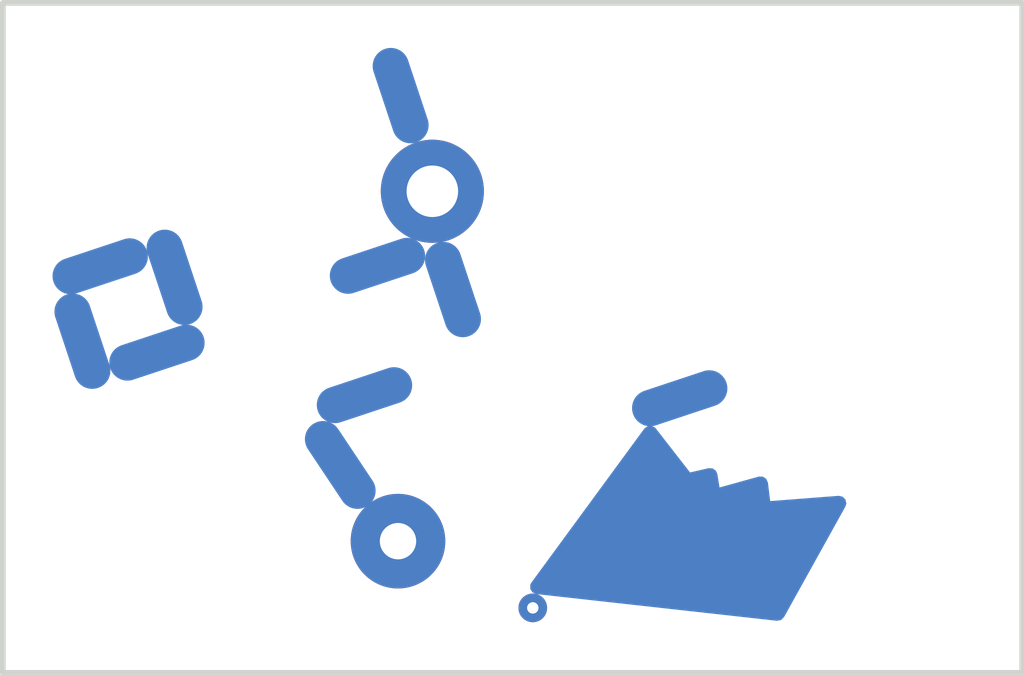
<source format=kicad_pcb>
(kicad_pcb (version 20220609) (generator pcbnew)
  (title_block (rev "1") (company "Kicad Demo"))
  (layers (0 "F.Cu" signal "top_copper") (31 "B.Cu" signal "bottom_copper") (34 "B.Paste" user) (35 "F.Paste" user) (36 "B.SilkS" user "B.Silkscreen") (37 "F.SilkS" user "F.Silkscreen") (38 "B.Mask" user) (39 "F.Mask" user) (44 "Edge.Cuts" user))
  (net 0 "")
  (net 1 "Net-(D1-Pad2)")
  (footprint "Diode_THT:D_A-405_P7.62mm_Horizontal" (layer "F.Cu") (at 134.62 72.39 180)
    (fp_text reference "D1" hide)
    (fp_text value "BAT46" hide)
    (pad "2" thru_hole oval (at 7.62 0 180) (size 1.8 1.8) (drill 0.9) (layers *.Cu *.Mask) (net 1 "Net-(D1-Pad2)"))
  )
  (gr_rect (start 119.5 69.1) (end 137.3 80.8) (stroke (width 0.1)) (fill none) (layer "Edge.Cuts"))
  (via (at 126.4 78.5) (size 1.651) (drill 0.635) (layers "F.Cu" "B.Cu") (net 1))
  (via (at 128.753787 79.665232) (size 0.5) (drill 0.2) (layers "F.Cu" "B.Cu") (net 1))
  (segment (start 121.060406 75.523254) (end 120.717987 74.4931) (width 0.635) (layer "B.Cu") (net 1))
  (segment (start 122.327576 73.37773) (end 122.669995 74.407884) (width 0.635) (layer "B.Cu") (net 1))
  (segment (start 127.531503 74.6208) (end 127.189084 73.590646) (width 0.635) (layer "B.Cu") (net 1))
  (segment (start 125.5268 73.8632) (end 126.556954 73.520781) (width 0.635) (layer "B.Cu") (net 1))
  (segment (start 125.092037 76.719181) (end 125.692037 77.619181) (width 0.635) (layer "B.Cu") (net 1))
  (segment (start 122.705989 75.036817) (end 121.675835 75.379236) (width 0.635) (layer "B.Cu") (net 1))
  (segment (start 120.684923 73.871209) (end 121.715077 73.52879) (width 0.635) (layer "B.Cu") (net 1))
  (segment (start 126.617499 71.234484) (end 126.27508 70.20433) (width 0.635) (layer "B.Cu") (net 1))
  (segment (start 130.804351 76.175706) (end 131.834505 75.833287) (width 0.635) (layer "B.Cu") (net 1))
  (segment (start 125.299606 76.121706) (end 126.32976 75.779287) (width 0.635) (layer "B.Cu") (net 1))
  (zone (net 1) (net_name "Net-(D1-Pad2)") (layer "B.Cu") (connect_pads (clearance 0.508)) (min_thickness 0.254) (fill yes (thermal_gap 0.508) (thermal_bridge_width 0.508) (island_removal_mode 1) (island_area_min 10))
    (polygon (pts (xy 131.5 77.3) (xy 132.8 77) (xy 132.9 77.8) (xy 134.2 77.7) (xy 134.6 77.2) (xy 133.1 79.9) (xy 128.6 79.4) (xy 130.8 76.4)))
    (polygon (pts (xy 131.962958 77.241665) (xy 132.01481 77.562503) (xy 132.754165 77.357194) (xy 132.622685 77.072469)))
  )
)
</source>
